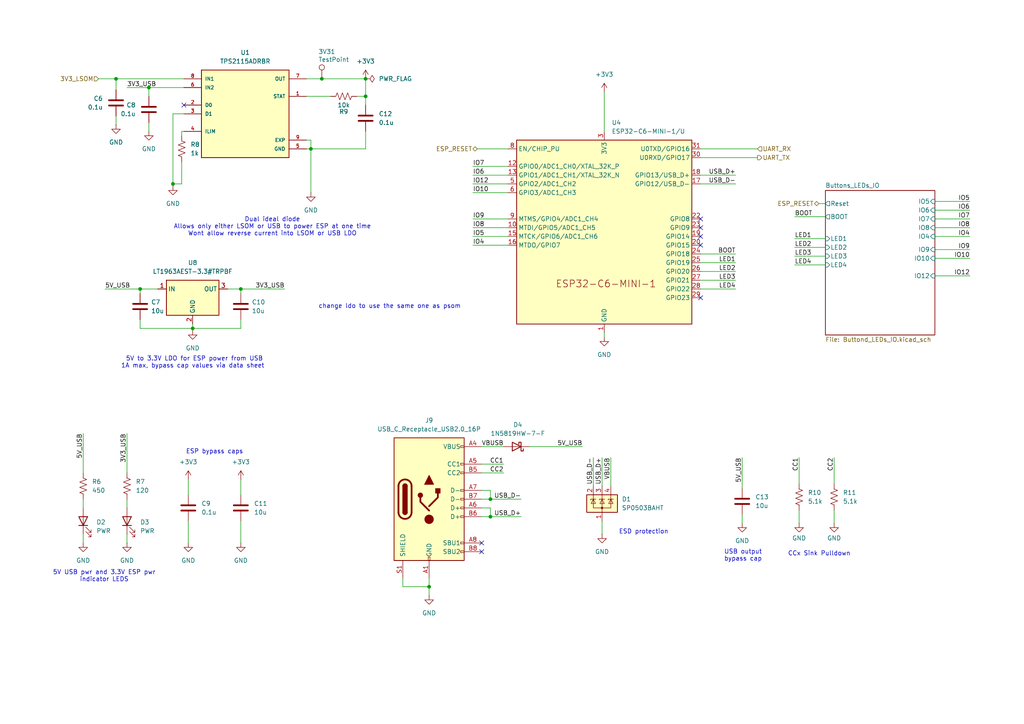
<source format=kicad_sch>
(kicad_sch (version 20250114) (generator "eeschema") (generator_version "9.0")
  (paper "A4")
  (lib_symbols
    (symbol "Connector:TestPoint" (pin_numbers (hide yes)) (pin_names (offset 0.762) (hide yes))
      (property "Reference" "TP" (at 0 6.858 0))
      (property "Value" "TestPoint" (at 0 5.08 0))
      (symbol "TestPoint_0_1"
        (circle (center 0 3.302) (radius 0.762))
      )
      (symbol "TestPoint_1_1"
        (pin passive line (at 0 0 90) (length 2.54) (name "1") (number "1"))
      )
    )
    (symbol "Device:C" (pin_numbers (hide yes)) (pin_names (offset 0.254))
      (property "Reference" "C" (at 0.635 2.54 0))
      (property "Value" "C" (at 0.635 -2.54 0))
      (symbol "C_0_1"
        (polyline (pts (xy -2.032 0.762) (xy 2.032 0.762)) (stroke (width 0.508)))
        (polyline (pts (xy -2.032 -0.762) (xy 2.032 -0.762)) (stroke (width 0.508)))
      )
      (symbol "C_1_1"
        (pin passive line (at 0 3.81 270) (length 2.794) (name "~") (number "1"))
        (pin passive line (at 0 -3.81 90) (length 2.794) (name "~") (number "2"))
      )
    )
    (symbol "Device:D_Schottky" (pin_numbers (hide yes)) (pin_names (offset 1.016) (hide yes))
      (property "Reference" "D" (at 0 2.54 0))
      (property "Value" "D_Schottky" (at 0 -2.54 0))
      (symbol "D_Schottky_0_1"
        (polyline (pts (xy -1.905 0.635) (xy -1.905 1.27) (xy -1.27 1.27) (xy -1.27 -1.27) (xy -0.635 -1.27) (xy -0.635 -0.635)) (stroke (width 0.254)))
        (polyline (pts (xy 1.27 1.27) (xy 1.27 -1.27) (xy -1.27 0) (xy 1.27 1.27)) (stroke (width 0.254)))
        (polyline (pts (xy 1.27 0) (xy -1.27 0)))
      )
      (symbol "D_Schottky_1_1"
        (pin passive line (at -3.81 0 0) (length 2.54) (name "K") (number "1"))
        (pin passive line (at 3.81 0 180) (length 2.54) (name "A") (number "2"))
      )
    )
    (symbol "Device:LED" (pin_numbers (hide yes)) (pin_names (offset 1.016) (hide yes))
      (property "Reference" "D" (at 0 2.54 0))
      (property "Value" "LED" (at 0 -2.54 0))
      (symbol "LED_0_1"
        (polyline (pts (xy -3.048 -0.762) (xy -4.572 -2.286) (xy -3.81 -2.286) (xy -4.572 -2.286) (xy -4.572 -1.524)))
        (polyline (pts (xy -1.778 -0.762) (xy -3.302 -2.286) (xy -2.54 -2.286) (xy -3.302 -2.286) (xy -3.302 -1.524)))
        (polyline (pts (xy -1.27 0) (xy 1.27 0)))
        (polyline (pts (xy -1.27 -1.27) (xy -1.27 1.27)) (stroke (width 0.254)))
        (polyline (pts (xy 1.27 -1.27) (xy 1.27 1.27) (xy -1.27 0) (xy 1.27 -1.27)) (stroke (width 0.254)))
      )
      (symbol "LED_1_1"
        (pin passive line (at -3.81 0 0) (length 2.54) (name "K") (number "1"))
        (pin passive line (at 3.81 0 180) (length 2.54) (name "A") (number "2"))
      )
    )
    (symbol "Device:R_US" (pin_numbers (hide yes)) (pin_names (offset 0))
      (property "Reference" "R" (at 2.54 0 90))
      (property "Value" "R_US" (at -2.54 0 90))
      (symbol "R_US_0_1"
        (polyline (pts (xy 0 2.286) (xy 0 2.54)))
        (polyline (pts (xy 0 2.286) (xy 1.016 1.905) (xy 0 1.524) (xy -1.016 1.143) (xy 0 0.762)))
        (polyline (pts (xy 0 0.762) (xy 1.016 0.381) (xy 0 0) (xy -1.016 -0.381) (xy 0 -0.762)))
        (polyline (pts (xy 0 -0.762) (xy 1.016 -1.143) (xy 0 -1.524) (xy -1.016 -1.905) (xy 0 -2.286)))
        (polyline (pts (xy 0 -2.286) (xy 0 -2.54)))
      )
      (symbol "R_US_1_1"
        (pin passive line (at 0 3.81 270) (length 1.27) (name "~") (number "1"))
        (pin passive line (at 0 -3.81 90) (length 1.27) (name "~") (number "2"))
      )
    )
    (symbol "Regulator_Linear:LT1963AxST-3.3"
      (property "Reference" "U" (at -7.62 6.35 0))
      (property "Value" "LT1963AxST-3.3" (at -1.27 6.35 0))
      (symbol "LT1963AxST-3.3_0_1"
        (rectangle (start -7.62 5.08) (end 7.62 -5.08) (stroke (width 0.254)) (fill (type background)))
      )
      (symbol "LT1963AxST-3.3_1_1"
        (pin power_in line (at -10.16 2.54 0) (length 2.54) (name "IN") (number "1"))
        (pin power_in line (at 0 -7.62 90) (length 2.54) (name "GND") (number "2"))
        (pin power_out line (at 10.16 2.54 180) (length 2.54) (name "OUT") (number "3"))
      )
    )
    (symbol "UTSVT_Connectors:USB_C_Receptacle_USB2.0_16P" (pin_names (offset 1.016))
      (property "Reference" "J3" (at 0 22.86 0))
      (property "Value" "USB_C_Receptacle_USB2.0_16P" (at 0 20.32 0))
      (symbol "USB_C_Receptacle_USB2.0_16P_0_0"
        (rectangle (start -0.254 -17.78) (end 0.254 -16.764))
        (rectangle (start 10.16 15.494) (end 9.144 14.986))
        (rectangle (start 10.16 10.414) (end 9.144 9.906))
        (rectangle (start 10.16 7.874) (end 9.144 7.366))
        (rectangle (start 10.16 2.794) (end 9.144 2.286))
        (rectangle (start 10.16 0.254) (end 9.144 -0.254))
        (rectangle (start 10.16 -2.286) (end 9.144 -2.794))
        (rectangle (start 10.16 -4.826) (end 9.144 -5.334))
        (rectangle (start 10.16 -12.446) (end 9.144 -12.954))
        (rectangle (start 10.16 -14.986) (end 9.144 -15.494))
      )
      (symbol "USB_C_Receptacle_USB2.0_16P_0_1"
        (rectangle (start -10.16 17.78) (end 10.16 -17.78) (stroke (width 0.254)) (fill (type background)))
        (polyline (pts (xy -8.89 -3.81) (xy -8.89 3.81)) (stroke (width 0.508)))
        (rectangle (start -7.62 -3.81) (end -6.35 3.81) (stroke (width 0.254)) (fill (type outline)))
        (arc (start -7.62 3.81) (mid -6.985 4.4423) (end -6.35 3.81) (stroke (width 0.254)))
        (arc (start -7.62 3.81) (mid -6.985 4.4423) (end -6.35 3.81) (stroke (width 0.254)) (fill (type outline)))
        (arc (start -8.89 3.81) (mid -6.985 5.7067) (end -5.08 3.81) (stroke (width 0.508)))
        (arc (start -5.08 -3.81) (mid -6.985 -5.7067) (end -8.89 -3.81) (stroke (width 0.508)))
        (arc (start -6.35 -3.81) (mid -6.985 -4.4423) (end -7.62 -3.81) (stroke (width 0.254)))
        (arc (start -6.35 -3.81) (mid -6.985 -4.4423) (end -7.62 -3.81) (stroke (width 0.254)) (fill (type outline)))
        (polyline (pts (xy -5.08 3.81) (xy -5.08 -3.81)) (stroke (width 0.508)))
        (circle (center -2.54 1.143) (radius 0.635) (stroke (width 0.254)) (fill (type outline)))
        (polyline (pts (xy -1.27 4.318) (xy 0 6.858) (xy 1.27 4.318) (xy -1.27 4.318)) (stroke (width 0.254)) (fill (type outline)))
        (polyline (pts (xy 0 -2.032) (xy 2.54 0.508) (xy 2.54 1.778)) (stroke (width 0.508)))
        (polyline (pts (xy 0 -3.302) (xy -2.54 -0.762) (xy -2.54 0.508)) (stroke (width 0.508)))
        (circle (center 0 -5.842) (radius 1.27) (fill (type outline)))
        (rectangle (start 1.905 1.778) (end 3.175 3.048) (stroke (width 0.254)) (fill (type outline)))
      )
      (symbol "USB_C_Receptacle_USB2.0_16P_1_1"
        (pin passive line (at -7.62 -22.86 90) (length 5.08) (name "SHIELD") (number "S1"))
        (pin passive line (at 0 -22.86 90) (length 5.08) (name "GND") (number "A1"))
        (pin passive line (at 0 -22.86 90) (length 5.08) (hide yes) (name "GND") (number "A12"))
        (pin passive line (at 0 -22.86 90) (length 5.08) (hide yes) (name "GND") (number "B1"))
        (pin passive line (at 0 -22.86 90) (length 5.08) (hide yes) (name "GND") (number "B12"))
        (pin passive line (at 15.24 15.24 180) (length 5.08) (name "VBUS") (number "A4"))
        (pin passive line (at 15.24 15.24 180) (length 5.08) (hide yes) (name "VBUS") (number "A9"))
        (pin passive line (at 15.24 15.24 180) (length 5.08) (hide yes) (name "VBUS") (number "B4"))
        (pin passive line (at 15.24 15.24 180) (length 5.08) (hide yes) (name "VBUS") (number "B9"))
        (pin bidirectional line (at 15.24 10.16 180) (length 5.08) (name "CC1") (number "A5"))
        (pin bidirectional line (at 15.24 7.62 180) (length 5.08) (name "CC2") (number "B5"))
        (pin bidirectional line (at 15.24 2.54 180) (length 5.08) (name "D-") (number "A7"))
        (pin bidirectional line (at 15.24 0 180) (length 5.08) (name "D-") (number "B7"))
        (pin bidirectional line (at 15.24 -2.54 180) (length 5.08) (name "D+") (number "A6"))
        (pin bidirectional line (at 15.24 -5.08 180) (length 5.08) (name "D+") (number "B6"))
        (pin bidirectional line (at 15.24 -12.7 180) (length 5.08) (name "SBU1") (number "A8"))
        (pin bidirectional line (at 15.24 -15.24 180) (length 5.08) (name "SBU2") (number "B8"))
      )
    )
    (symbol "UTSVT_ICs:SP0503BAH" (pin_names (hide yes))
      (property "Reference" "D8" (at 6.35 0.635 0))
      (property "Value" "SP0503BAHT" (at 6.35 -1.905 0))
      (symbol "SP0503BAH_0_0"
        (pin passive line (at 0 -5.08 90) (length 2.54) (name "A") (number "1"))
      )
      (symbol "SP0503BAH_0_1"
        (rectangle (start -4.445 2.54) (end 4.445 -2.54) (stroke (width 0.254)) (fill (type background)))
        (polyline (pts (xy -3.302 1.016) (xy -3.302 1.27) (xy -1.905 1.27) (xy -1.778 1.27)))
        (polyline (pts (xy -2.54 2.54) (xy -2.54 1.27)))
        (polyline (pts (xy -2.54 1.27) (xy -2.54 -1.27) (xy 2.54 -1.27) (xy 2.54 1.27)))
        (polyline (pts (xy -2.54 1.27) (xy -1.905 0) (xy -3.175 0) (xy -2.54 1.27)))
        (polyline (pts (xy 0 2.54) (xy 0 1.27)))
        (polyline (pts (xy 0 -1.27) (xy 0 1.27)))
        (polyline (pts (xy 0 -1.27) (xy 0 -2.54)))
        (circle (center 0 -1.27) (radius 0.254) (fill (type outline)))
        (polyline (pts (xy 0.635 1.27) (xy 0.762 1.27)))
        (polyline (pts (xy 0.635 1.27) (xy -0.762 1.27) (xy -0.762 1.016)))
        (polyline (pts (xy 0.635 0) (xy -0.635 0) (xy 0 1.27) (xy 0.635 0)))
        (polyline (pts (xy 1.778 1.016) (xy 1.778 1.27) (xy 3.175 1.27) (xy 3.302 1.27)))
        (polyline (pts (xy 2.54 2.54) (xy 2.54 1.27)))
        (polyline (pts (xy 2.54 1.27) (xy 1.905 0) (xy 3.175 0) (xy 2.54 1.27)))
      )
      (symbol "SP0503BAH_1_1"
        (pin passive line (at -2.54 5.08 270) (length 2.54) (name "K") (number "2"))
        (pin passive line (at 0 5.08 270) (length 2.54) (name "K") (number "3"))
        (pin passive line (at 2.54 5.08 270) (length 2.54) (name "K") (number "4"))
      )
    )
    (symbol "UTSVT_ICs:TPS2115ADRBR" (pin_names (offset 1.016))
      (property "Reference" "U" (at -12.7 13.7 0))
      (property "Value" "TPS2115ADRBR" (at -12.7 -16.7 0))
      (symbol "TPS2115ADRBR_0_0"
        (rectangle (start -12.7 -12.7) (end 12.7 12.7) (stroke (width 0.254)) (fill (type background)))
        (pin input line (at -17.78 10.16 0) (length 5.08) (name "IN1") (number "8"))
        (pin input line (at -17.78 7.62 0) (length 5.08) (name "IN2") (number "6"))
        (pin input line (at -17.78 2.54 0) (length 5.08) (name "D0") (number "2"))
        (pin input line (at -17.78 0 0) (length 5.08) (name "D1") (number "3"))
        (pin input line (at -17.78 -5.08 0) (length 5.08) (name "ILIM") (number "4"))
        (pin output line (at 17.78 10.16 180) (length 5.08) (name "OUT") (number "7"))
        (pin output line (at 17.78 5.08 180) (length 5.08) (name "STAT") (number "1"))
        (pin power_in line (at 17.78 -7.62 180) (length 5.08) (name "EXP") (number "9"))
        (pin power_in line (at 17.78 -10.16 180) (length 5.08) (name "GND") (number "5"))
      )
    )
    (symbol "UTSVT_Special:ESP32-C6-MINI-1/U"
      (property "Reference" "U" (at 0 0 0))
      (property "Value" "ESP32-C6-MINI-1/U" (at 0 0 0))
      (symbol "ESP32-C6-MINI-1/U_0_0"
        (text "ESP32-C6-MINI-1" (at -2.032 -46.736 0) (effects (font (size 2 2))))
      )
      (symbol "ESP32-C6-MINI-1/U_0_1"
        (rectangle (start -27.94 -5.08) (end 22.86 -58.42) (stroke (width 0.254)) (fill (type background)))
      )
      (symbol "ESP32-C6-MINI-1/U_1_1"
        (pin input line (at -30.48 -7.62 0) (length 2.54) (name "EN/CHIP_PU") (number "8"))
        (pin bidirectional line (at -30.48 -12.7 0) (length 2.54) (name "GPIO0/ADC1_CH0/XTAL_32K_P") (number "12"))
        (pin bidirectional line (at -30.48 -15.24 0) (length 2.54) (name "GPIO1/ADC1_CH1/XTAL_32K_N") (number "13"))
        (pin bidirectional line (at -30.48 -17.78 0) (length 2.54) (name "GPIO2/ADC1_CH2") (number "5"))
        (pin bidirectional line (at -30.48 -20.32 0) (length 2.54) (name "GPIO3/ADC1_CH3") (number "6"))
        (pin bidirectional line (at -30.48 -27.94 0) (length 2.54) (name "MTMS/GPIO4/ADC1_CH4") (number "9"))
        (pin bidirectional line (at -30.48 -30.48 0) (length 2.54) (name "MTDI/GPIO5/ADC1_CH5") (number "10"))
        (pin bidirectional line (at -30.48 -33.02 0) (length 2.54) (name "MTCK/GPIO6/ADC1_CH6") (number "15"))
        (pin bidirectional line (at -30.48 -35.56 0) (length 2.54) (name "MTDO/GPIO7") (number "16"))
        (pin no_connect line (at -27.94 -40.64 0) (length 2.54) (hide yes) (name "NC") (number "4"))
        (pin no_connect line (at -27.94 -43.18 0) (length 2.54) (hide yes) (name "NC") (number "7"))
        (pin no_connect line (at -27.94 -45.72 0) (length 2.54) (hide yes) (name "NC") (number "21"))
        (pin no_connect line (at -27.94 -48.26 0) (length 2.54) (hide yes) (name "NC") (number "32"))
        (pin no_connect line (at -27.94 -50.8 0) (length 2.54) (hide yes) (name "NC") (number "33"))
        (pin no_connect line (at -27.94 -53.34 0) (length 2.54) (hide yes) (name "NC") (number "34"))
        (pin no_connect line (at -27.94 -55.88 0) (length 2.54) (hide yes) (name "NC") (number "35"))
        (pin power_in line (at -2.54 -2.54 270) (length 2.54) (name "3V3") (number "3"))
        (pin power_in line (at -2.54 -60.96 90) (length 2.54) (name "GND") (number "1"))
        (pin passive line (at -2.54 -60.96 90) (length 2.54) (hide yes) (name "GND") (number "11"))
        (pin passive line (at -2.54 -60.96 90) (length 2.54) (hide yes) (name "GND") (number "14"))
        (pin passive line (at -2.54 -60.96 90) (length 2.54) (hide yes) (name "GND") (number "2"))
        (pin passive line (at -2.54 -60.96 90) (length 2.54) (hide yes) (name "GND") (number "36"))
        (pin passive line (at -2.54 -60.96 90) (length 2.54) (hide yes) (name "GND") (number "37"))
        (pin passive line (at -2.54 -60.96 90) (length 2.54) (hide yes) (name "GND") (number "38"))
        (pin passive line (at -2.54 -60.96 90) (length 2.54) (hide yes) (name "GND") (number "39"))
        (pin passive line (at -2.54 -60.96 90) (length 2.54) (hide yes) (name "GND") (number "40"))
        (pin passive line (at -2.54 -60.96 90) (length 2.54) (hide yes) (name "GND") (number "41"))
        (pin passive line (at -2.54 -60.96 90) (length 2.54) (hide yes) (name "GND") (number "42"))
        (pin passive line (at -2.54 -60.96 90) (length 2.54) (hide yes) (name "GND") (number "43"))
        (pin passive line (at -2.54 -60.96 90) (length 2.54) (hide yes) (name "GND") (number "44"))
        (pin passive line (at -2.54 -60.96 90) (length 2.54) (hide yes) (name "GND") (number "45"))
        (pin passive line (at -2.54 -60.96 90) (length 2.54) (hide yes) (name "GND") (number "46"))
        (pin passive line (at -2.54 -60.96 90) (length 2.54) (hide yes) (name "GND") (number "47"))
        (pin passive line (at -2.54 -60.96 90) (length 2.54) (hide yes) (name "GND") (number "48"))
        (pin passive line (at -2.54 -60.96 90) (length 2.54) (hide yes) (name "GND") (number "49"))
        (pin passive line (at -2.54 -60.96 90) (length 2.54) (hide yes) (name "GND") (number "50"))
        (pin passive line (at -2.54 -60.96 90) (length 2.54) (hide yes) (name "GND") (number "51"))
        (pin passive line (at -2.54 -60.96 90) (length 2.54) (hide yes) (name "GND") (number "52"))
        (pin passive line (at -2.54 -60.96 90) (length 2.54) (hide yes) (name "GND") (number "53"))
        (pin bidirectional line (at 25.4 -7.62 180) (length 2.54) (name "U0TXD/GPIO16") (number "31"))
        (pin bidirectional line (at 25.4 -10.16 180) (length 2.54) (name "U0RXD/GPIO17") (number "30"))
        (pin bidirectional line (at 25.4 -15.24 180) (length 2.54) (name "GPIO13/USB_D+") (number "18"))
        (pin bidirectional line (at 25.4 -17.78 180) (length 2.54) (name "GPIO12/USB_D-") (number "17"))
        (pin bidirectional line (at 25.4 -27.94 180) (length 2.54) (name "GPIO8") (number "22"))
        (pin bidirectional line (at 25.4 -30.48 180) (length 2.54) (name "GPIO9") (number "23"))
        (pin bidirectional line (at 25.4 -33.02 180) (length 2.54) (name "GPIO14") (number "19"))
        (pin bidirectional line (at 25.4 -35.56 180) (length 2.54) (name "GPIO15") (number "20"))
        (pin bidirectional line (at 25.4 -38.1 180) (length 2.54) (name "GPIO18") (number "24"))
        (pin bidirectional line (at 25.4 -40.64 180) (length 2.54) (name "GPIO19") (number "25"))
        (pin bidirectional line (at 25.4 -43.18 180) (length 2.54) (name "GPIO20") (number "26"))
        (pin bidirectional line (at 25.4 -45.72 180) (length 2.54) (name "GPIO21") (number "27"))
        (pin bidirectional line (at 25.4 -48.26 180) (length 2.54) (name "GPIO22") (number "28"))
        (pin bidirectional line (at 25.4 -50.8 180) (length 2.54) (name "GPIO23") (number "29"))
      )
    )
    (symbol "power:+3V3" (power) (pin_numbers (hide yes)) (pin_names (offset 0) (hide yes))
      (property "Value" "+3V3" (at 0 3.556 0))
      (symbol "+3V3_0_1"
        (polyline (pts (xy -0.762 1.27) (xy 0 2.54)))
        (polyline (pts (xy 0 2.54) (xy 0.762 1.27)))
        (polyline (pts (xy 0 0) (xy 0 2.54)))
      )
      (symbol "+3V3_1_1"
        (pin power_in line (at 0 0 90) (length 0) (name "~") (number "1"))
      )
    )
    (symbol "power:GND" (power) (pin_numbers (hide yes)) (pin_names (offset 0) (hide yes))
      (property "Value" "GND" (at 0 -3.81 0))
      (symbol "GND_0_1"
        (polyline (pts (xy 0 0) (xy 0 -1.27) (xy 1.27 -1.27) (xy 0 -2.54) (xy -1.27 -1.27) (xy 0 -1.27)))
      )
      (symbol "GND_1_1"
        (pin power_in line (at 0 0 270) (length 0) (name "~") (number "1"))
      )
    )
    (symbol "power:PWR_FLAG" (power) (pin_numbers (hide yes)) (pin_names (offset 0) (hide yes))
      (property "Value" "PWR_FLAG" (at 0 3.81 0))
      (symbol "PWR_FLAG_0_0"
        (pin power_out line (at 0 0 90) (length 0) (name "~") (number "1"))
      )
      (symbol "PWR_FLAG_0_1"
        (polyline (pts (xy 0 0) (xy 0 1.27) (xy -1.016 1.905) (xy 0 2.54) (xy 1.016 1.905) (xy 0 1.27)))
      )
    )
  )
  (text "Dual ideal diode\nAllows only either LSOM or USB to power ESP at one time\nWont allow reverse current into LSOM or USB LDO" (at 78.994 65.786 0) (effects (font (size 1.27 1.27))))
  (text "5V USB pwr and 3.3V ESP pwr\nindicator LEDS" (at 30.226 167.132 0) (effects (font (size 1.27 1.27))))
  (text "USB output\nbypass cap" (at 215.519 161.163 0) (effects (font (size 1.27 1.27))))
  (text "ESD protection" (at 186.69 154.305 0) (effects (font (size 1.27 1.27))))
  (text "CCx Sink Pulldown" (at 237.617 160.655 0) (effects (font (size 1.27 1.27))))
  (text "change ldo to use the same one as psom" (at 113.03 88.9 0) (effects (font (size 1.27 1.27))))
  (text "ESP bypass caps" (at 62.23 131.064 0) (effects (font (size 1.27 1.27))))
  (text "5V to 3.3V LDO for ESP power from USB\n1A max, bypass cap values via data sheet " (at 56.388 105.156 0) (effects (font (size 1.27 1.27))))
  (junction (at 106.045 27.94))
  (junction (at 142.24 144.78))
  (junction (at 124.46 170.18))
  (junction (at 142.24 149.86))
  (junction (at 33.655 22.86))
  (junction (at 93.345 22.86))
  (junction (at 40.64 83.82))
  (junction (at 106.045 22.86))
  (junction (at 43.18 25.4))
  (junction (at 90.17 43.18))
  (junction (at 50.165 53.34))
  (junction (at 69.85 83.82))
  (junction (at 55.88 95.25))
  (no_connect (at 203.2 63.5))
  (no_connect (at 139.7 160.02))
  (no_connect (at 203.2 66.04))
  (no_connect (at 139.7 157.48))
  (no_connect (at 53.34 30.48))
  (no_connect (at 203.2 86.36))
  (no_connect (at 203.2 68.58))
  (no_connect (at 203.2 71.12))
  (wire (pts (xy 90.17 43.18) (xy 90.17 55.88)))
  (wire (pts (xy 36.83 144.78) (xy 36.83 147.32)))
  (wire (pts (xy 230.505 74.295) (xy 239.395 74.295)))
  (wire (pts (xy 203.2 43.18) (xy 219.71 43.18)))
  (wire (pts (xy 230.505 76.835) (xy 239.395 76.835)))
  (wire (pts (xy 271.145 63.5) (xy 281.305 63.5)))
  (wire (pts (xy 215.265 149.225) (xy 215.265 151.765)))
  (wire (pts (xy 90.17 40.64) (xy 90.17 43.18)))
  (wire (pts (xy 43.18 25.4) (xy 43.18 27.94)))
  (wire (pts (xy 36.83 25.4) (xy 43.18 25.4)))
  (wire (pts (xy 139.7 147.32) (xy 142.24 147.32)))
  (wire (pts (xy 52.705 38.1) (xy 52.705 39.37)))
  (wire (pts (xy 139.7 137.16) (xy 146.05 137.16)))
  (wire (pts (xy 116.84 170.18) (xy 124.46 170.18)))
  (wire (pts (xy 203.2 45.72) (xy 219.71 45.72)))
  (wire (pts (xy 203.2 83.82) (xy 213.36 83.82)))
  (wire (pts (xy 142.24 142.24) (xy 142.24 144.78)))
  (wire (pts (xy 40.64 92.71) (xy 40.64 95.25)))
  (wire (pts (xy 203.2 73.66) (xy 213.36 73.66)))
  (wire (pts (xy 116.84 167.64) (xy 116.84 170.18)))
  (wire (pts (xy 147.32 63.5) (xy 137.16 63.5)))
  (wire (pts (xy 66.04 83.82) (xy 69.85 83.82)))
  (wire (pts (xy 271.145 60.96) (xy 281.305 60.96)))
  (wire (pts (xy 88.9 27.94) (xy 95.885 27.94)))
  (wire (pts (xy 237.49 59.055) (xy 239.395 59.055)))
  (wire (pts (xy 147.32 66.04) (xy 137.16 66.04)))
  (wire (pts (xy 147.32 48.26) (xy 137.16 48.26)))
  (wire (pts (xy 147.32 50.8) (xy 137.16 50.8)))
  (wire (pts (xy 271.145 58.42) (xy 281.305 58.42)))
  (wire (pts (xy 90.17 43.18) (xy 106.045 43.18)))
  (wire (pts (xy 271.145 74.93) (xy 281.305 74.93)))
  (wire (pts (xy 203.2 53.34) (xy 213.36 53.34)))
  (wire (pts (xy 139.7 144.78) (xy 142.24 144.78)))
  (wire (pts (xy 271.145 72.39) (xy 281.305 72.39)))
  (wire (pts (xy 24.13 154.94) (xy 24.13 157.48)))
  (wire (pts (xy 147.32 55.88) (xy 137.16 55.88)))
  (wire (pts (xy 124.46 170.18) (xy 124.46 172.72)))
  (wire (pts (xy 40.64 83.82) (xy 45.72 83.82)))
  (wire (pts (xy 88.9 43.18) (xy 90.17 43.18)))
  (wire (pts (xy 40.64 83.82) (xy 40.64 85.09)))
  (wire (pts (xy 230.505 62.865) (xy 239.395 62.865)))
  (wire (pts (xy 55.88 95.25) (xy 69.85 95.25)))
  (wire (pts (xy 106.045 27.94) (xy 103.505 27.94)))
  (wire (pts (xy 50.165 33.02) (xy 50.165 53.34)))
  (wire (pts (xy 172.085 132.715) (xy 172.085 140.97)))
  (wire (pts (xy 33.655 22.86) (xy 33.655 26.035)))
  (wire (pts (xy 142.24 147.32) (xy 142.24 149.86)))
  (wire (pts (xy 153.67 129.54) (xy 168.91 129.54)))
  (wire (pts (xy 36.83 125.73) (xy 36.83 137.16)))
  (wire (pts (xy 142.24 149.86) (xy 151.13 149.86)))
  (wire (pts (xy 69.85 151.13) (xy 69.85 157.48)))
  (wire (pts (xy 93.345 22.86) (xy 106.045 22.86)))
  (wire (pts (xy 88.9 22.86) (xy 93.345 22.86)))
  (wire (pts (xy 55.88 95.885) (xy 55.88 95.25)))
  (wire (pts (xy 36.83 154.94) (xy 36.83 157.48)))
  (wire (pts (xy 54.61 139.065) (xy 54.61 143.51)))
  (wire (pts (xy 69.85 83.82) (xy 82.55 83.82)))
  (wire (pts (xy 28.575 22.86) (xy 33.655 22.86)))
  (wire (pts (xy 203.2 81.28) (xy 213.36 81.28)))
  (wire (pts (xy 147.32 53.34) (xy 137.16 53.34)))
  (wire (pts (xy 174.625 151.13) (xy 174.625 154.94)))
  (wire (pts (xy 106.045 27.94) (xy 106.045 30.48)))
  (wire (pts (xy 139.7 149.86) (xy 142.24 149.86)))
  (wire (pts (xy 175.26 26.67) (xy 175.26 38.1)))
  (wire (pts (xy 53.34 22.86) (xy 33.655 22.86)))
  (wire (pts (xy 69.85 139.065) (xy 69.85 143.51)))
  (wire (pts (xy 231.775 132.715) (xy 231.775 140.335)))
  (wire (pts (xy 230.505 71.755) (xy 239.395 71.755)))
  (wire (pts (xy 52.705 53.34) (xy 50.165 53.34)))
  (wire (pts (xy 231.775 147.955) (xy 231.775 151.765)))
  (wire (pts (xy 54.61 157.48) (xy 54.61 151.13)))
  (wire (pts (xy 271.145 66.04) (xy 281.305 66.04)))
  (wire (pts (xy 43.18 35.56) (xy 43.18 38.1)))
  (wire (pts (xy 106.045 38.1) (xy 106.045 43.18)))
  (wire (pts (xy 30.48 83.82) (xy 40.64 83.82)))
  (wire (pts (xy 69.85 92.71) (xy 69.85 95.25)))
  (wire (pts (xy 50.165 53.34) (xy 50.165 53.975)))
  (wire (pts (xy 124.46 167.64) (xy 124.46 170.18)))
  (wire (pts (xy 106.045 27.94) (xy 106.045 22.86)))
  (wire (pts (xy 215.265 132.715) (xy 215.265 141.605)))
  (wire (pts (xy 203.2 78.74) (xy 213.36 78.74)))
  (wire (pts (xy 53.34 33.02) (xy 50.165 33.02)))
  (wire (pts (xy 139.7 134.62) (xy 146.05 134.62)))
  (wire (pts (xy 147.32 68.58) (xy 137.16 68.58)))
  (wire (pts (xy 203.2 50.8) (xy 213.36 50.8)))
  (wire (pts (xy 43.18 25.4) (xy 53.34 25.4)))
  (wire (pts (xy 139.7 129.54) (xy 146.05 129.54)))
  (wire (pts (xy 230.505 69.215) (xy 239.395 69.215)))
  (wire (pts (xy 33.655 33.655) (xy 33.655 36.195)))
  (wire (pts (xy 138.43 43.18) (xy 147.32 43.18)))
  (wire (pts (xy 40.64 95.25) (xy 55.88 95.25)))
  (wire (pts (xy 24.13 125.73) (xy 24.13 137.16)))
  (wire (pts (xy 241.935 132.715) (xy 241.935 140.335)))
  (wire (pts (xy 203.2 76.2) (xy 213.36 76.2)))
  (wire (pts (xy 147.32 71.12) (xy 137.16 71.12)))
  (wire (pts (xy 177.165 132.715) (xy 177.165 140.97)))
  (wire (pts (xy 271.145 80.01) (xy 281.305 80.01)))
  (wire (pts (xy 139.7 142.24) (xy 142.24 142.24)))
  (wire (pts (xy 52.705 53.34) (xy 52.705 46.99)))
  (wire (pts (xy 175.26 96.52) (xy 175.26 97.79)))
  (wire (pts (xy 142.24 144.78) (xy 151.13 144.78)))
  (wire (pts (xy 24.13 144.78) (xy 24.13 147.32)))
  (wire (pts (xy 55.88 93.98) (xy 55.88 95.25)))
  (wire (pts (xy 69.85 83.82) (xy 69.85 85.09)))
  (wire (pts (xy 241.935 147.955) (xy 241.935 151.765)))
  (wire (pts (xy 52.705 38.1) (xy 53.34 38.1)))
  (wire (pts (xy 271.145 68.58) (xy 281.305 68.58)))
  (wire (pts (xy 88.9 40.64) (xy 90.17 40.64)))
  (wire (pts (xy 174.625 132.715) (xy 174.625 140.97)))
  (label "5V_USB" (at 30.48 83.82 0))
  (label "IO8" (at 281.305 66.04 180))
  (label "IO4" (at 281.305 68.58 180))
  (label "3V3_USB" (at 36.83 125.73 270))
  (label "LED1" (at 230.505 69.215 0))
  (label "IO9" (at 281.305 72.39 180))
  (label "LED2" (at 230.505 71.755 0))
  (label "IO10" (at 281.305 74.93 180))
  (label "IO5" (at 281.305 58.42 180))
  (label "LED3" (at 230.505 74.295 0))
  (label "CC1" (at 231.775 132.715 270))
  (label "IO9" (at 137.16 63.5 0))
  (label "LED4" (at 230.505 76.835 0))
  (label "USB_D-" (at 151.13 144.78 180))
  (label "BOOT" (at 230.505 62.865 0))
  (label "IO12" (at 137.16 53.34 0))
  (label "IO8" (at 137.16 66.04 0))
  (label "VBUSB" (at 139.7 129.54 0))
  (label "CC2" (at 241.935 132.715 270))
  (label "IO12" (at 281.305 80.01 180))
  (label "IO7" (at 137.16 48.26 0))
  (label "IO4" (at 137.16 71.12 0))
  (label "LED3" (at 213.36 81.28 180))
  (label "3V3_USB" (at 36.83 25.4 0))
  (label "USB_D+" (at 213.36 50.8 180))
  (label "USB_D+" (at 174.625 132.715 270))
  (label "USB_D-" (at 172.085 132.715 270))
  (label "IO7" (at 281.305 63.5 180))
  (label "USB_D-" (at 213.36 53.34 180))
  (label "5V_USB" (at 24.13 125.73 270))
  (label "3V3_USB" (at 82.55 83.82 180))
  (label "LED4" (at 213.36 83.82 180))
  (label "LED2" (at 213.36 78.74 180))
  (label "USB_D+" (at 151.13 149.86 180))
  (label "CC2" (at 146.05 137.16 180))
  (label "CC1" (at 146.05 134.62 180))
  (label "IO5" (at 137.16 68.58 0))
  (label "IO6" (at 137.16 50.8 0))
  (label "5V_USB" (at 215.265 132.715 270))
  (label "IO6" (at 281.305 60.96 180))
  (label "5V_USB" (at 168.91 129.54 180))
  (label "VBUSB" (at 177.165 132.715 270))
  (label "BOOT" (at 213.36 73.66 180))
  (label "IO10" (at 137.16 55.88 0))
  (label "LED1" (at 213.36 76.2 180))
  (hierarchical_label "UART_TX" (shape output) (at 219.71 45.72 0))
  (hierarchical_label "3V3_LSOM" (shape input) (at 28.575 22.86 180))
  (hierarchical_label "ESP_RESET" (shape bidirectional) (at 237.49 59.055 180))
  (hierarchical_label "ESP_RESET" (shape bidirectional) (at 138.43 43.18 180))
  (hierarchical_label "UART_RX" (shape input) (at 219.71 43.18 0))
  (symbol (lib_id "power:GND") (at 231.775 151.765 0) (unit 1)
    (property "Reference" "#PWR051" (effects (hide yes)))
    (property "Value" "GND" (at 231.775 156.083 0))
    (property "Description" "Power symbol creates a global label with name \"GND\" , ground" (effects (hide yes)))
  )
  (symbol (lib_id "Device:R_US") (at 52.705 43.18 0) (unit 1)
    (property "Reference" "R8" (at 55.245 41.9099 0) (effects (justify left)))
    (property "Value" "1k" (at 55.245 44.4499 0) (effects (justify left)))
    (property "Footprint" "Resistor_SMD:R_0603_1608Metric" (effects (hide yes)))
    (property "Description" "Resistor, US symbol" (effects (hide yes)))
  )
  (symbol (lib_id "Device:C") (at 54.61 147.32 0) (unit 1)
    (property "Reference" "C9" (at 58.42 146.0499 0) (effects (justify left)))
    (property "Value" "0.1u" (at 58.42 148.5899 0) (effects (justify left)))
    (property "Footprint" "Capacitor_SMD:C_0603_1608Metric" (effects (hide yes)))
    (property "Description" "Unpolarized capacitor" (effects (hide yes)))
  )
  (symbol (lib_id "Device:C") (at 106.045 34.29 0) (unit 1)
    (property "Reference" "C12" (at 109.855 33.0199 0) (effects (justify left)))
    (property "Value" "0.1u" (at 109.855 35.5599 0) (effects (justify left)))
    (property "Footprint" "Capacitor_SMD:C_0603_1608Metric" (effects (hide yes)))
    (property "Description" "Unpolarized capacitor" (effects (hide yes)))
    (property "P/N" "UMK107B7104KAHT " (effects (hide yes)))
  )
  (symbol (lib_id "power:GND") (at 36.83 157.48 0) (unit 1)
    (property "Reference" "#PWR035" (effects (hide yes)))
    (property "Value" "GND" (at 36.83 162.56 0))
    (property "Description" "Power symbol creates a global label with name \"GND\" , ground" (effects (hide yes)))
  )
  (symbol (lib_id "power:PWR_FLAG") (at 106.045 22.86 270) (unit 1)
    (property "Reference" "#FLG07" (effects (hide yes)))
    (property "Value" "PWR_FLAG" (at 109.855 22.8599 90) (effects (justify left)))
    (property "Description" "Special symbol for telling ERC where power comes from" (effects (hide yes)))
  )
  (symbol (lib_id "Device:R_US") (at 24.13 140.97 0) (unit 1)
    (property "Reference" "R6" (at 26.67 139.6999 0) (effects (justify left)))
    (property "Value" "450" (at 26.67 142.2399 0) (effects (justify left)))
    (property "Footprint" "Resistor_SMD:R_0603_1608Metric" (effects (hide yes)))
    (property "Description" "Resistor, US symbol" (effects (hide yes)))
  )
  (symbol (lib_id "power:+3V3") (at 106.045 22.86 0) (unit 1)
    (property "Reference" "#PWR07" (effects (hide yes)))
    (property "Value" "+3V3" (at 106.045 17.78 0))
    (property "Description" "Power symbol creates a global label with name \"+3V3\"" (effects (hide yes)))
  )
  (symbol (lib_id "power:GND") (at 43.18 38.1 0) (mirror y) (unit 1)
    (property "Reference" "#PWR037" (effects (hide yes)))
    (property "Value" "GND" (at 43.18 43.18 0))
    (property "Description" "Power symbol creates a global label with name \"GND\" , ground" (effects (hide yes)))
  )
  (symbol (lib_id "Device:R_US") (at 36.83 140.97 0) (unit 1)
    (property "Reference" "R7" (at 39.37 139.6999 0) (effects (justify left)))
    (property "Value" "120" (at 39.37 142.2399 0) (effects (justify left)))
    (property "Footprint" "Resistor_SMD:R_0603_1608Metric" (effects (hide yes)))
    (property "Description" "Resistor, US symbol" (effects (hide yes)))
  )
  (symbol (lib_id "power:GND") (at 175.26 97.79 0) (unit 1)
    (property "Reference" "#PWR047" (effects (hide yes)))
    (property "Value" "GND" (at 175.26 102.87 0))
    (property "Description" "Power symbol creates a global label with name \"GND\" , ground" (effects (hide yes)))
  )
  (symbol (lib_id "Device:R_US") (at 99.695 27.94 270) (unit 1)
    (property "Reference" "R9" (at 99.695 32.385 90))
    (property "Value" "10k" (at 99.695 30.48 90))
    (property "Footprint" "Resistor_SMD:R_0603_1608Metric" (effects (hide yes)))
    (property "Description" "Resistor, US symbol" (effects (hide yes)))
  )
  (symbol (lib_id "power:GND") (at 124.46 172.72 0) (unit 1)
    (property "Reference" "#PWR046" (effects (hide yes)))
    (property "Value" "GND" (at 124.46 177.8 0))
    (property "Description" "Power symbol creates a global label with name \"GND\" , ground" (effects (hide yes)))
  )
  (symbol (lib_id "UTSVT_ICs:SP0503BAH") (at 174.625 146.05 0) (unit 1)
    (property "Reference" "D1" (at 180.34 144.7799 0) (effects (justify left)))
    (property "Value" "SP0503BAHT" (at 180.34 147.3199 0) (effects (justify left)))
    (property "Footprint" "Package_TO_SOT_SMD:SOT-143" (effects (hide yes)))
    (property "Datasheet" "http://www.littelfuse.com/~/media/files/littelfuse/technical%20resources/documents/data%20sheets/sp05xxba.pdf" (effects (hide yes)))
    (property "Mouser Part Number" "576-SP0503BAHTG " (effects (hide yes)))
    (property "P/N" "SP0503BAHTG" (effects (hide yes)))
  )
  (symbol (lib_id "Device:C") (at 43.18 31.75 0) (unit 1)
    (property "Reference" "C8" (at 39.37 30.4799 0) (effects (justify right)))
    (property "Value" "0.1u" (at 39.37 33.0199 0) (effects (justify right)))
    (property "Footprint" "Capacitor_SMD:C_0603_1608Metric" (effects (hide yes)))
    (property "Description" "Unpolarized capacitor" (effects (hide yes)))
    (property "P/N" "UMK107B7104KAHT " (effects (hide yes)))
  )
  (symbol (lib_id "Device:D_Schottky") (at 149.86 129.54 180) (unit 1)
    (property "Reference" "D4" (at 150.1775 123.19 0))
    (property "Value" "1N5819HW-7-F" (at 150.1775 125.73 0))
    (property "Footprint" "Diode_SMD:D_SOD-123" (effects (hide yes)))
    (property "Description" "Schottky diode" (effects (hide yes)))
    (property "P/N" "1N5819HW-7-F" (effects (hide yes)))
  )
  (symbol (lib_id "Regulator_Linear:LT1963AxST-3.3") (at 55.88 86.36 0) (unit 1)
    (property "Reference" "U8" (at 55.88 76.2 0))
    (property "Value" "LT1963AEST-3.3#TRPBF" (at 55.88 78.74 0))
    (property "Footprint" "Package_TO_SOT_SMD:SOT-223-3_TabPin2" (effects (hide yes)))
    (property "Datasheet" "https://www.analog.com/media/en/technical-documentation/data-sheets/1963aff.pdf" (effects (hide yes)))
    (property "Description" "3.3V, 1.5A, Low Noise, Fast Transient Response LDO Regulator, SOT-223" (effects (hide yes)))
    (property "P/N" "LT1963AEST-3.3#TRPBF " (effects (hide yes)))
  )
  (symbol (lib_id "Device:LED") (at 36.83 151.13 90) (unit 1)
    (property "Reference" "D3" (at 40.64 151.4474 90) (effects (justify right)))
    (property "Value" "PWR" (at 40.64 153.9874 90) (effects (justify right)))
    (property "Footprint" "LED_SMD:LED_0603_1608Metric" (effects (hide yes)))
    (property "Description" "Light emitting diode" (effects (hide yes)))
    (property "P/N" "HSML-C191" (effects (hide yes)))
    (property "Sim.Pins" "1=K 2=A" (effects (hide yes)))
  )
  (symbol (lib_id "power:GND") (at 215.265 151.765 0) (unit 1)
    (property "Reference" "#PWR050" (effects (hide yes)))
    (property "Value" "GND" (at 215.265 156.845 0))
    (property "Description" "Power symbol creates a global label with name \"GND\" , ground" (effects (hide yes)))
  )
  (symbol (lib_id "Device:C") (at 33.655 29.845 0) (unit 1)
    (property "Reference" "C6" (at 29.845 28.5749 0) (effects (justify right)))
    (property "Value" "0.1u" (at 29.845 31.1149 0) (effects (justify right)))
    (property "Footprint" "Capacitor_SMD:C_0603_1608Metric" (effects (hide yes)))
    (property "Description" "Unpolarized capacitor" (effects (hide yes)))
    (property "P/N" "UMK107B7104KAHT " (effects (hide yes)))
  )
  (symbol (lib_id "Device:LED") (at 24.13 151.13 90) (unit 1)
    (property "Reference" "D2" (at 27.94 151.4474 90) (effects (justify right)))
    (property "Value" "PWR" (at 27.94 153.9874 90) (effects (justify right)))
    (property "Footprint" "LED_SMD:LED_0603_1608Metric" (effects (hide yes)))
    (property "Description" "Light emitting diode" (effects (hide yes)))
    (property "P/N" "HSML-C191" (effects (hide yes)))
    (property "Sim.Pins" "1=K 2=A" (effects (hide yes)))
  )
  (symbol (lib_id "UTSVT_Connectors:USB_C_Receptacle_USB2.0_16P") (at 124.46 144.78 0) (unit 1)
    (property "Reference" "J9" (at 124.46 121.92 0))
    (property "Value" "USB_C_Receptacle_USB2.0_16P" (at 124.46 124.46 0))
    (property "Footprint" "UTSVT_Connectors:USB_C_Receptacle_GCT_USB4105-xx-A_16P_TopMnt_Horizontal" (effects (hide yes)))
    (property "Datasheet" "https://www.usb.org/sites/default/files/documents/usb_type-c.zip" (effects (hide yes)))
    (property "Description" "USB 2.0-only 16P Type-C Receptacle connector" (effects (hide yes)))
    (property "P/N" "640-USB4215-03-A" (effects (hide yes)))
  )
  (symbol (lib_id "power:GND") (at 24.13 157.48 0) (unit 1)
    (property "Reference" "#PWR033" (effects (hide yes)))
    (property "Value" "GND" (at 24.13 162.56 0))
    (property "Description" "Power symbol creates a global label with name \"GND\" , ground" (effects (hide yes)))
  )
  (symbol (lib_id "power:+3V3") (at 54.61 139.065 0) (unit 1)
    (property "Reference" "#PWR070" (effects (hide yes)))
    (property "Value" "+3V3" (at 54.61 133.985 0))
    (property "Description" "Power symbol creates a global label with name \"+3V3\"" (effects (hide yes)))
  )
  (symbol (lib_id "power:GND") (at 50.165 53.975 0) (unit 1)
    (property "Reference" "#PWR040" (effects (hide yes)))
    (property "Value" "GND" (at 50.165 59.055 0))
    (property "Description" "Power symbol creates a global label with name \"GND\" , ground" (effects (hide yes)))
  )
  (symbol (lib_id "UTSVT_ICs:TPS2115ADRBR") (at 71.12 33.02 0) (unit 1)
    (property "Reference" "U1" (at 71.12 15.24 0))
    (property "Value" "TPS2115ADRBR" (at 71.12 17.78 0))
    (property "Footprint" "UTSVT_ICs:SON65P300X300X100-9N" (effects (hide yes)))
    (property "Description" "2.8-5.5-V, 84-m?, 1.25-A, power mux with manual, automatic switchover and status output 8-SON -40 to 85" (effects (hide yes)))
    (property "MF" "Texas Instruments" (effects (hide yes)))
    (property "MOUSER-PURCHASE-URL" "https://snapeda.com/shop?store=Mouser&id=391793" (effects (hide yes)))
    (property "PACKAGE" "VSON-8 Texas Instruments" (effects (hide yes)))
    (property "PRICE" "None" (effects (hide yes)))
    (property "MP" "TPS2115ADRBR" (effects (hide yes)))
    (property "TEXAS_INSTRUMENTS-PURCHASE-URL" "https://snapeda.com/shop?store=Texas+Instruments&id=391793" (effects (hide yes)))
    (property "AVAILABILITY" "Warning" (effects (hide yes)))
  )
  (symbol (lib_id "Connector:TestPoint") (at 93.345 22.86 0) (unit 1)
    (property "Reference" "3V31" (at 92.329 14.986 0) (effects (justify left)))
    (property "Value" "TestPoint" (at 92.329 17.272 0) (effects (justify left)))
    (property "Footprint" "UTSVT_Special:TestPoint_HEX_3mmID" (effects (hide yes)))
    (property "Description" "test point" (effects (hide yes)))
  )
  (symbol (lib_id "Device:R_US") (at 231.775 144.145 0) (unit 1)
    (property "Reference" "R10" (at 234.315 142.8749 0) (effects (justify left)))
    (property "Value" "5.1k" (at 234.315 145.4149 0) (effects (justify left)))
    (property "Footprint" "Resistor_SMD:R_0603_1608Metric" (effects (hide yes)))
    (property "Description" "Resistor, US symbol" (effects (hide yes)))
  )
  (symbol (lib_id "power:GND") (at 55.88 95.885 0) (unit 1)
    (property "Reference" "#PWR039" (effects (hide yes)))
    (property "Value" "GND" (at 55.88 100.965 0))
    (property "Description" "Power symbol creates a global label with name \"GND\" , ground" (effects (hide yes)))
  )
  (symbol (lib_id "Device:C") (at 69.85 88.9 0) (unit 1)
    (property "Reference" "C10" (at 73.025 87.63 0) (effects (justify left)))
    (property "Value" "10u" (at 73.025 90.17 0) (effects (justify left)))
    (property "Footprint" "Capacitor_SMD:C_0603_1608Metric" (effects (hide yes)))
    (property "Description" "Unpolarized capacitor" (effects (hide yes)))
    (property "P/N" "MLAST168BB5106MTNA01" (effects (hide yes)))
  )
  (symbol (lib_id "UTSVT_Special:ESP32-C6-MINI-1/U") (at 177.8 35.56 0) (unit 1)
    (property "Reference" "U4" (at 177.4033 35.56 0) (effects (justify left)))
    (property "Value" "ESP32-C6-MINI-1/U" (at 177.4033 38.1 0) (effects (justify left)))
    (property "Footprint" "UTSVT_Special:ESP32-C6-MINI-1" (effects (hide yes)))
    (property "Datasheet" "https://www.espressif.com/sites/default/files/documentation/esp32-c6-mini-1_datasheet_en.pdf" (effects (hide yes)))
    (property "Description" "ESP32-C6-MINI-1 is a module that supports 2.4 GHz Wi-Fi 6 (802.11 ax), Bluetooth® 5 (LE), Zigbee and Thread (802.15.4)" (effects (hide yes)))
  )
  (symbol (lib_id "Device:C") (at 69.85 147.32 0) (mirror y) (unit 1)
    (property "Reference" "C11" (at 73.66 146.0499 0) (effects (justify right)))
    (property "Value" "10u" (at 73.66 148.5899 0) (effects (justify right)))
    (property "Footprint" "Capacitor_SMD:C_0603_1608Metric" (effects (hide yes)))
    (property "Description" "Unpolarized capacitor" (effects (hide yes)))
  )
  (symbol (lib_id "power:GND") (at 69.85 157.48 0) (unit 1)
    (property "Reference" "#PWR043" (effects (hide yes)))
    (property "Value" "GND" (at 69.85 162.56 0))
    (property "Description" "Power symbol creates a global label with name \"GND\" , ground" (effects (hide yes)))
  )
  (symbol (lib_id "power:GND") (at 241.935 151.765 0) (unit 1)
    (property "Reference" "#PWR052" (effects (hide yes)))
    (property "Value" "GND" (at 241.935 156.083 0))
    (property "Description" "Power symbol creates a global label with name \"GND\" , ground" (effects (hide yes)))
  )
  (symbol (lib_id "Device:C") (at 215.265 145.415 0) (unit 1)
    (property "Reference" "C13" (at 219.075 144.1449 0) (effects (justify left)))
    (property "Value" "10u" (at 219.075 146.6849 0) (effects (justify left)))
    (property "Footprint" "Capacitor_SMD:C_0603_1608Metric" (effects (hide yes)))
    (property "Description" "Unpolarized capacitor" (effects (hide yes)))
    (property "P/N" "MLAST168BB5106MTNA01" (effects (hide yes)))
  )
  (symbol (lib_id "power:+3V3") (at 69.85 139.065 0) (unit 1)
    (property "Reference" "#PWR071" (effects (hide yes)))
    (property "Value" "+3V3" (at 69.85 133.985 0))
    (property "Description" "Power symbol creates a global label with name \"+3V3\"" (effects (hide yes)))
  )
  (symbol (lib_id "power:GND") (at 33.655 36.195 0) (mirror y) (unit 1)
    (property "Reference" "#PWR034" (effects (hide yes)))
    (property "Value" "GND" (at 33.655 41.275 0))
    (property "Description" "Power symbol creates a global label with name \"GND\" , ground" (effects (hide yes)))
  )
  (symbol (lib_id "power:GND") (at 174.625 154.94 0) (unit 1)
    (property "Reference" "#PWR048" (effects (hide yes)))
    (property "Value" "GND" (at 174.625 160.02 0))
    (property "Description" "Power symbol creates a global label with name \"GND\" , ground" (effects (hide yes)))
  )
  (symbol (lib_id "power:GND") (at 90.17 55.88 0) (unit 1)
    (property "Reference" "#PWR044" (effects (hide yes)))
    (property "Value" "GND" (at 90.17 60.96 0))
    (property "Description" "Power symbol creates a global label with name \"GND\" , ground" (effects (hide yes)))
  )
  (symbol (lib_id "power:GND") (at 54.61 157.48 0) (unit 1)
    (property "Reference" "#PWR038" (effects (hide yes)))
    (property "Value" "GND" (at 54.61 162.56 0))
    (property "Description" "Power symbol creates a global label with name \"GND\" , ground" (effects (hide yes)))
  )
  (symbol (lib_id "Device:R_US") (at 241.935 144.145 0) (unit 1)
    (property "Reference" "R11" (at 244.475 142.8749 0) (effects (justify left)))
    (property "Value" "5.1k" (at 244.475 145.4149 0) (effects (justify left)))
    (property "Footprint" "Resistor_SMD:R_0603_1608Metric" (effects (hide yes)))
    (property "Description" "Resistor, US symbol" (effects (hide yes)))
  )
  (symbol (lib_id "Device:C") (at 40.64 88.9 0) (unit 1)
    (property "Reference" "C7" (at 43.815 87.63 0) (effects (justify left)))
    (property "Value" "10u" (at 43.815 90.1699 0) (effects (justify left)))
    (property "Footprint" "Capacitor_SMD:C_0603_1608Metric" (effects (hide yes)))
    (property "Description" "Unpolarized capacitor" (effects (hide yes)))
    (property "P/N" "UMK107B7104KAHT " (effects (hide yes)))
  )
  (symbol (lib_id "power:+3V3") (at 175.26 26.67 0) (unit 1)
    (property "Reference" "#PWR068" (effects (hide yes)))
    (property "Value" "+3V3" (at 175.26 21.59 0))
    (property "Description" "Power symbol creates a global label with name \"+3V3\"" (effects (hide yes)))
  )
  (sheet (at 239.395 55.245) (size 31.75 41.91) (stroke (width 0.1524))
    (property "Sheetname" "Buttons_LEDs_IO" (at 239.395 54.5334 0) (effects (justify left bottom)))
    (property "Sheetfile" "Buttond_LEDs_IO.kicad_sch" (at 239.395 97.7396 0) (effects (justify left top)))
    (pin "BOOT" output (at 239.395 62.865 180))
    (pin "LED1" input (at 239.395 69.215 180))
    (pin "LED2" input (at 239.395 71.755 180))
    (pin "LED3" input (at 239.395 74.295 180))
    (pin "LED4" input (at 239.395 76.835 180))
    (pin "Reset" output (at 239.395 59.055 180))
    (pin "IO5" input (at 271.145 58.42 0))
    (pin "IO6" input (at 271.145 60.96 0))
    (pin "IO7" input (at 271.145 63.5 0))
    (pin "IO8" input (at 271.145 66.04 0))
    (pin "IO9" input (at 271.145 72.39 0))
    (pin "IO10" input (at 271.145 74.93 0))
    (pin "IO12" input (at 271.145 80.01 0))
    (pin "IO4" input (at 271.145 68.58 0))
  )
)
</source>
